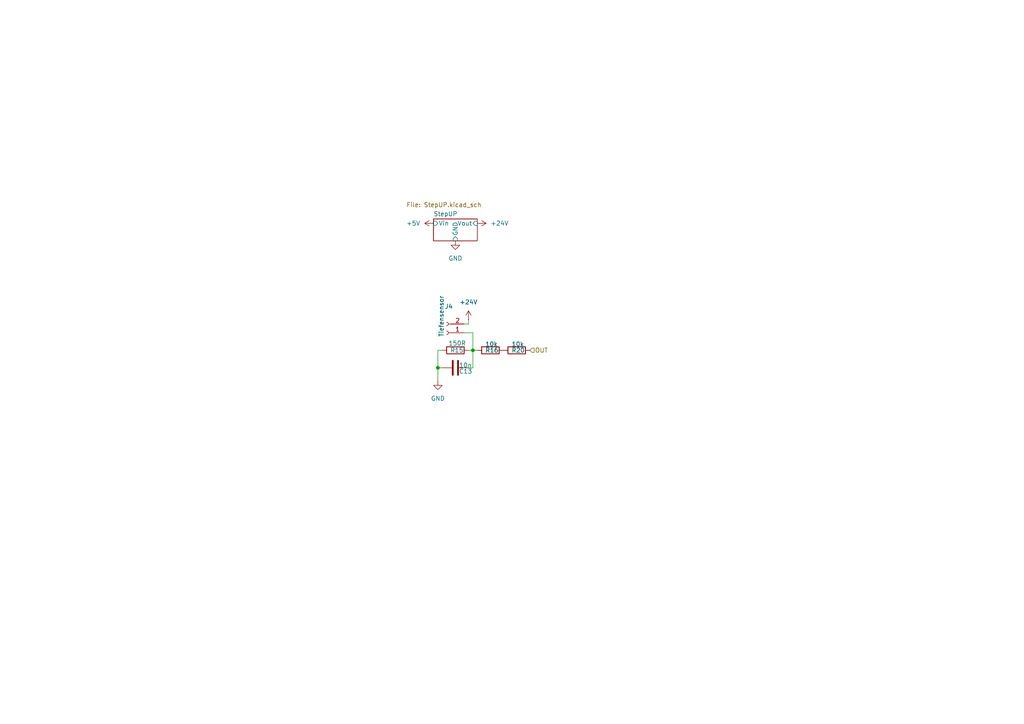
<source format=kicad_sch>
(kicad_sch (version 20250114) (generator "eeschema") (generator_version "9.0")
  (paper "A4")
  (title_block (date "2025-09-24") (company "Felix Pelster"))
  (lib_symbols
    (symbol "Connector:Conn_01x02_Socket" (pin_names (offset 1.016) (hide yes))
      (property "Reference" "J" (at 0 2.54 0))
      (property "Value" "Conn_01x02_Socket" (at 0 -5.08 0))
      (symbol "Conn_01x02_Socket_1_1"
        (polyline (pts (xy -1.27 0) (xy -0.508 0)) (stroke (width 0.1524)))
        (polyline (pts (xy -1.27 -2.54) (xy -0.508 -2.54)) (stroke (width 0.1524)))
        (arc (start 0 -0.508) (mid -0.5058 0) (end 0 0.508) (stroke (width 0.1524)))
        (arc (start 0 -3.048) (mid -0.5058 -2.54) (end 0 -2.032) (stroke (width 0.1524)))
        (pin passive line (at -5.08 0 0) (length 3.81) (name "Pin_1") (number "1"))
        (pin passive line (at -5.08 -2.54 0) (length 3.81) (name "Pin_2") (number "2"))
      )
    )
    (symbol "Device:C" (pin_numbers (hide yes)) (pin_names (offset 0.254))
      (property "Reference" "C" (at 0.635 2.54 0))
      (property "Value" "C" (at 0.635 -2.54 0))
      (symbol "C_0_1"
        (polyline (pts (xy -2.032 0.762) (xy 2.032 0.762)) (stroke (width 0.508)))
        (polyline (pts (xy -2.032 -0.762) (xy 2.032 -0.762)) (stroke (width 0.508)))
      )
      (symbol "C_1_1"
        (pin passive line (at 0 3.81 270) (length 2.794) (name "~") (number "1"))
        (pin passive line (at 0 -3.81 90) (length 2.794) (name "~") (number "2"))
      )
    )
    (symbol "Device:R" (pin_numbers (hide yes)) (pin_names (offset 0))
      (property "Reference" "R" (at 2.032 0 90))
      (property "Value" "R" (at 0 0 90))
      (symbol "R_0_1"
        (rectangle (start -1.016 -2.54) (end 1.016 2.54) (stroke (width 0.254)))
      )
      (symbol "R_1_1"
        (pin passive line (at 0 3.81 270) (length 1.27) (name "~") (number "1"))
        (pin passive line (at 0 -3.81 90) (length 1.27) (name "~") (number "2"))
      )
    )
    (symbol "power:+24V" (power) (pin_numbers (hide yes)) (pin_names (offset 0) (hide yes))
      (property "Value" "+24V" (at 0 3.556 0))
      (symbol "+24V_0_1"
        (polyline (pts (xy -0.762 1.27) (xy 0 2.54)))
        (polyline (pts (xy 0 2.54) (xy 0.762 1.27)))
        (polyline (pts (xy 0 0) (xy 0 2.54)))
      )
      (symbol "+24V_1_1"
        (pin power_in line (at 0 0 90) (length 0) (name "~") (number "1"))
      )
    )
    (symbol "power:+5V" (power) (pin_numbers (hide yes)) (pin_names (offset 0) (hide yes))
      (property "Value" "+5V" (at 0 3.556 0))
      (symbol "+5V_0_1"
        (polyline (pts (xy -0.762 1.27) (xy 0 2.54)))
        (polyline (pts (xy 0 2.54) (xy 0.762 1.27)))
        (polyline (pts (xy 0 0) (xy 0 2.54)))
      )
      (symbol "+5V_1_1"
        (pin power_in line (at 0 0 90) (length 0) (name "~") (number "1"))
      )
    )
    (symbol "power:GND" (power) (pin_numbers (hide yes)) (pin_names (offset 0) (hide yes))
      (property "Value" "GND" (at 0 -3.81 0))
      (symbol "GND_0_1"
        (polyline (pts (xy 0 0) (xy 0 -1.27) (xy 1.27 -1.27) (xy 0 -2.54) (xy -1.27 -1.27) (xy 0 -1.27)))
      )
      (symbol "GND_1_1"
        (pin power_in line (at 0 0 270) (length 0) (name "~") (number "1"))
      )
    )
  )
  (junction (at 137.16 101.6))
  (junction (at 127 106.68))
  (wire (pts (xy 128.27 106.68) (xy 127 106.68)))
  (wire (pts (xy 137.16 96.52) (xy 137.16 101.6)))
  (wire (pts (xy 135.89 106.68) (xy 137.16 106.68)))
  (wire (pts (xy 127 101.6) (xy 127 106.68)))
  (wire (pts (xy 135.89 93.98) (xy 134.62 93.98)))
  (wire (pts (xy 138.43 101.6) (xy 137.16 101.6)))
  (wire (pts (xy 135.89 101.6) (xy 137.16 101.6)))
  (wire (pts (xy 128.27 101.6) (xy 127 101.6)))
  (wire (pts (xy 137.16 101.6) (xy 137.16 106.68)))
  (wire (pts (xy 134.62 96.52) (xy 137.16 96.52)))
  (wire (pts (xy 127 106.68) (xy 127 110.49)))
  (wire (pts (xy 135.89 92.71) (xy 135.89 93.98)))
  (hierarchical_label "OUT" (shape input) (at 153.67 101.6 0))
  (symbol (lib_id "Device:R") (at 132.08 101.6 270) (unit 1)
    (property "Reference" "R15" (at 130.556 101.6 90) (effects (justify left)))
    (property "Value" "150R" (at 130.048 99.568 90) (effects (justify left)))
    (property "Footprint" "Resistor_SMD:R_0805_2012Metric" (effects (hide yes)))
    (property "Description" "Resistor" (effects (hide yes)))
  )
  (symbol (lib_id "Device:R") (at 149.86 101.6 270) (unit 1)
    (property "Reference" "R20" (at 148.336 101.6 90) (effects (justify left)))
    (property "Value" "10k" (at 148.336 99.822 90) (effects (justify left)))
    (property "Footprint" "Resistor_SMD:R_0603_1608Metric" (effects (hide yes)))
    (property "Description" "Resistor" (effects (hide yes)))
  )
  (symbol (lib_id "Device:C") (at 132.08 106.68 270) (unit 1)
    (property "Reference" "C13" (at 133.096 107.696 90) (effects (justify left)))
    (property "Value" "10n" (at 133.096 105.918 90) (effects (justify left)))
    (property "Footprint" "Capacitor_SMD:C_0603_1608Metric" (effects (hide yes)))
    (property "Description" "Unpolarized capacitor" (effects (hide yes)))
  )
  (symbol (lib_id "power:GND") (at 132.08 69.85 0) (unit 1)
    (property "Reference" "#PWR063" (effects (hide yes)))
    (property "Value" "GND" (at 132.08 74.93 0))
    (property "Description" "Power symbol creates a global label with name \"GND\" , ground" (effects (hide yes)))
  )
  (symbol (lib_id "power:+5V") (at 125.73 64.77 90) (unit 1)
    (property "Reference" "#PWR062" (effects (hide yes)))
    (property "Value" "+5V" (at 121.92 64.7701 90) (effects (justify left)))
    (property "Description" "Power symbol creates a global label with name \"+5V\"" (effects (hide yes)))
  )
  (symbol (lib_id "Connector:Conn_01x02_Socket") (at 129.54 96.52 180) (unit 1)
    (property "Reference" "J4" (at 130.175 88.9 0))
    (property "Value" "Tiefensensor" (at 128.016 91.694 90))
    (property "Footprint" "Connector_PinSocket_2.54mm:PinSocket_1x02_P2.54mm_Vertical" (effects (hide yes)))
    (property "Description" "Generic connector, single row, 01x02, script generated" (effects (hide yes)))
  )
  (symbol (lib_id "power:+24V") (at 138.43 64.77 270) (unit 1)
    (property "Reference" "#PWR061" (effects (hide yes)))
    (property "Value" "+24V" (at 142.24 64.77 90) (effects (justify left)))
    (property "Description" "Power symbol creates a global label with name \"+24V\"" (effects (hide yes)))
  )
  (symbol (lib_id "power:GND") (at 127 110.49 0) (unit 1)
    (property "Reference" "#PWR059" (effects (hide yes)))
    (property "Value" "GND" (at 127 115.57 0))
    (property "Description" "Power symbol creates a global label with name \"GND\" , ground" (effects (hide yes)))
  )
  (symbol (lib_id "Device:R") (at 142.24 101.6 270) (unit 1)
    (property "Reference" "R16" (at 140.716 101.6 90) (effects (justify left)))
    (property "Value" "10k" (at 140.716 99.822 90) (effects (justify left)))
    (property "Footprint" "Resistor_SMD:R_0603_1608Metric" (effects (hide yes)))
    (property "Description" "Resistor" (effects (hide yes)))
  )
  (symbol (lib_id "power:+24V") (at 135.89 92.71 0) (unit 1)
    (property "Reference" "#PWR060" (effects (hide yes)))
    (property "Value" "+24V" (at 135.89 87.63 0))
    (property "Description" "Power symbol creates a global label with name \"+24V\"" (effects (hide yes)))
  )
  (sheet (at 125.73 63.5) (size 12.7 6.35) (stroke (width 0.1524))
    (property "Sheetname" "StepUP" (at 125.73 62.7884 0) (effects (justify left bottom)))
    (property "Sheetfile" "StepUP.kicad_sch" (at 117.856 58.674 0) (effects (justify left top)))
    (pin "GND" input (at 132.08 69.85 270))
    (pin "Vin" input (at 125.73 64.77 180))
    (pin "Vout" input (at 138.43 64.77 0))
  )
)
</source>
